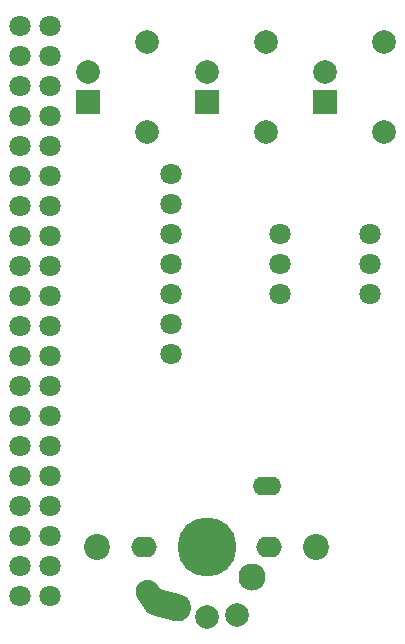
<source format=gbr>
%TF.GenerationSoftware,KiCad,Pcbnew,8.0.3*%
%TF.CreationDate,2024-09-22T18:07:20+10:00*%
%TF.ProjectId,ChatterBox,43686174-7465-4724-926f-782e6b696361,rev?*%
%TF.SameCoordinates,Original*%
%TF.FileFunction,Soldermask,Top*%
%TF.FilePolarity,Negative*%
%FSLAX46Y46*%
G04 Gerber Fmt 4.6, Leading zero omitted, Abs format (unit mm)*
G04 Created by KiCad (PCBNEW 8.0.3) date 2024-09-22 18:07:20*
%MOMM*%
%LPD*%
G01*
G04 APERTURE LIST*
G04 Aperture macros list*
%AMHorizOval*
0 Thick line with rounded ends*
0 $1 width*
0 $2 $3 position (X,Y) of the first rounded end (center of the circle)*
0 $4 $5 position (X,Y) of the second rounded end (center of the circle)*
0 Add line between two ends*
20,1,$1,$2,$3,$4,$5,0*
0 Add two circle primitives to create the rounded ends*
1,1,$1,$2,$3*
1,1,$1,$4,$5*%
G04 Aperture macros list end*
%ADD10C,1.800000*%
%ADD11C,2.000000*%
%ADD12R,2.000000X2.000000*%
%ADD13C,2.200000*%
%ADD14O,2.170000X1.750000*%
%ADD15C,5.000000*%
%ADD16O,2.400000X1.600000*%
%ADD17HorizOval,2.000000X0.299385X-0.450610X-0.299385X0.450610X0*%
%ADD18HorizOval,2.300000X0.893481X-0.239408X-0.893481X0.239408X0*%
%ADD19C,2.300000*%
G04 APERTURE END LIST*
D10*
%TO.C,J1*%
X-13230000Y-24130000D03*
X-15770000Y-24130000D03*
X-13230000Y-21590000D03*
X-15770000Y-21590000D03*
X-13230000Y-19050000D03*
X-15770000Y-19050000D03*
X-13230000Y-16510000D03*
X-15770000Y-16510000D03*
X-13230000Y-13970000D03*
X-15770000Y-13970000D03*
X-13230000Y-11430000D03*
X-15770000Y-11430000D03*
X-13230000Y-8890000D03*
X-15770000Y-8890000D03*
X-13230000Y-6350000D03*
X-15770000Y-6350000D03*
X-13230000Y-3810000D03*
X-15770000Y-3810000D03*
X-13230000Y-1270000D03*
X-15770000Y-1270000D03*
X-13230000Y1270000D03*
X-15770000Y1270000D03*
X-13230000Y3810000D03*
X-15770000Y3810000D03*
X-13230000Y6350000D03*
X-15770000Y6350000D03*
X-13230000Y8890000D03*
X-15770000Y8890000D03*
X-13230000Y11430000D03*
X-15770000Y11430000D03*
X-13230000Y13970000D03*
X-15770000Y13970000D03*
X-13230000Y16510000D03*
X-15770000Y16510000D03*
X-13230000Y19050000D03*
X-15770000Y19050000D03*
X-13230000Y21590000D03*
X-15770000Y21590000D03*
X-13230000Y24130000D03*
X-15770000Y24130000D03*
%TD*%
D11*
%TO.C,R2*%
X5000000Y15175000D03*
X5000000Y22795000D03*
%TD*%
%TO.C,R3*%
X15000000Y15175000D03*
X15000000Y22795000D03*
%TD*%
D10*
%TO.C,J2*%
X-3015000Y-3620000D03*
X-3015000Y-1080000D03*
X-3015000Y1460000D03*
X-3015000Y4000000D03*
X-3015000Y6540000D03*
X-3015000Y9080000D03*
X-3015000Y11620000D03*
%TD*%
D12*
%TO.C,D1*%
X-10000000Y17725000D03*
D11*
X-10000000Y20265000D03*
%TD*%
%TO.C,R1*%
X-5000000Y15175000D03*
X-5000000Y22795000D03*
%TD*%
D12*
%TO.C,D3*%
X10000000Y17725000D03*
D11*
X10000000Y20265000D03*
%TD*%
D10*
%TO.C,J3*%
X13810000Y6540000D03*
X6190000Y6540000D03*
X13810000Y4000000D03*
X6190000Y4000000D03*
X13810000Y1460000D03*
X6190000Y1460000D03*
%TD*%
D12*
%TO.C,D2*%
X0Y17725000D03*
D11*
X0Y20265000D03*
%TD*%
D13*
%TO.C,SW1*%
X-9250000Y-20000000D03*
D14*
X-5290000Y-20000000D03*
D15*
X0Y-20000000D03*
D16*
X5150000Y-14850000D03*
D14*
X5290000Y-20000000D03*
D13*
X9250000Y-20000000D03*
D17*
X-4700000Y-24250000D03*
D18*
X-3361037Y-24860004D03*
D11*
X0Y-25900000D03*
X2600000Y-25750000D03*
D19*
X3810000Y-22540000D03*
%TD*%
M02*

</source>
